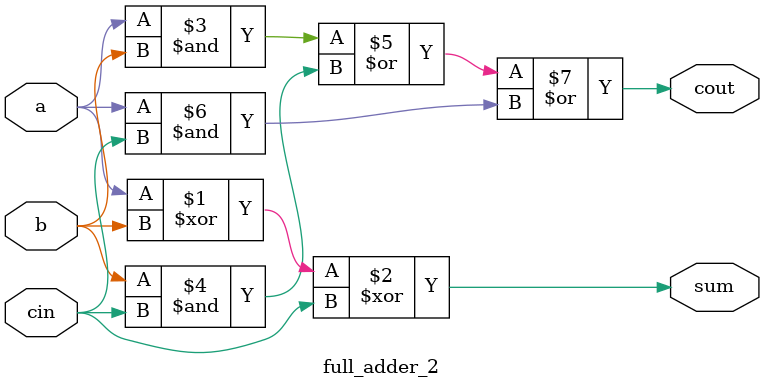
<source format=v>
module full_adder_2(a,b,cin,sum,cout);
    input a,b,cin;
    output sum,cout; 
    assign sum = a^b^cin;  
    assign cout = (a&b) | (b&cin) | (a&cin); 
endmodule  
</source>
